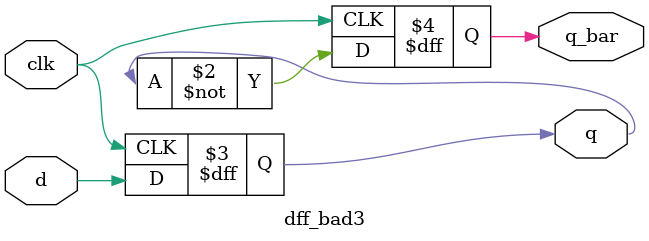
<source format=v>
module dff_bad3(clk, d, q, q_bar);
    input  d, clk;
    output q, q_bar;
    reg    q, q_bar;

    always @(posedge clk) begin
        q     <= d;
        q_bar <= ~q;
    end
endmodule

  
</source>
